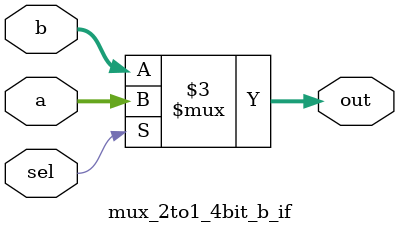
<source format=v>
module mux_2to1_4bit_b_if(
    input [3:0] a,
    input [3:0] b,
    input sel,
    output reg [3:0] out
    );
    
    always @(a or b or sel) begin
        if(sel) 
            out = a;
        else    
            out = b;
    end
    
endmodule

</source>
